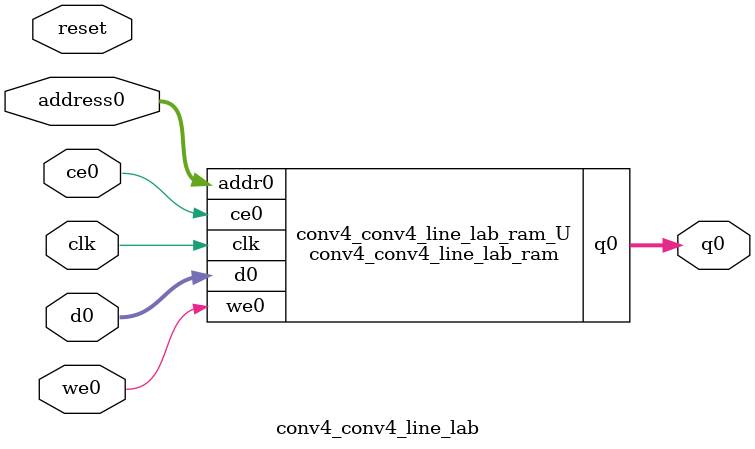
<source format=v>
`timescale 1 ns / 1 ps
module conv4_conv4_line_lab_ram (addr0, ce0, d0, we0, q0,  clk);

parameter DWIDTH = 5;
parameter AWIDTH = 6;
parameter MEM_SIZE = 42;

input[AWIDTH-1:0] addr0;
input ce0;
input[DWIDTH-1:0] d0;
input we0;
output reg[DWIDTH-1:0] q0;
input clk;

(* ram_style = "distributed" *)reg [DWIDTH-1:0] ram[0:MEM_SIZE-1];




always @(posedge clk)  
begin 
    if (ce0) begin
        if (we0) 
            ram[addr0] <= d0; 
        q0 <= ram[addr0];
    end
end


endmodule

`timescale 1 ns / 1 ps
module conv4_conv4_line_lab(
    reset,
    clk,
    address0,
    ce0,
    we0,
    d0,
    q0);

parameter DataWidth = 32'd5;
parameter AddressRange = 32'd42;
parameter AddressWidth = 32'd6;
input reset;
input clk;
input[AddressWidth - 1:0] address0;
input ce0;
input we0;
input[DataWidth - 1:0] d0;
output[DataWidth - 1:0] q0;



conv4_conv4_line_lab_ram conv4_conv4_line_lab_ram_U(
    .clk( clk ),
    .addr0( address0 ),
    .ce0( ce0 ),
    .we0( we0 ),
    .d0( d0 ),
    .q0( q0 ));

endmodule


</source>
